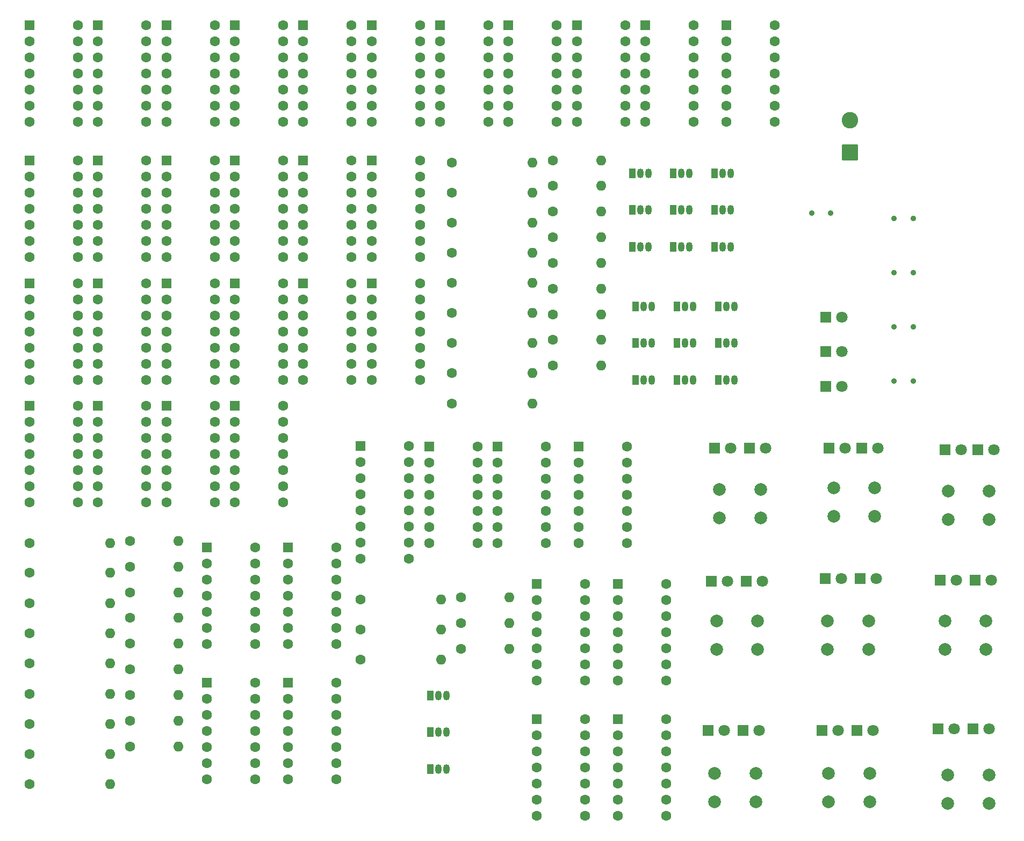
<source format=gbr>
%TF.GenerationSoftware,KiCad,Pcbnew,9.0.0*%
%TF.CreationDate,2025-04-01T09:44:26+05:30*%
%TF.ProjectId,DSD_Project,4453445f-5072-46f6-9a65-63742e6b6963,rev?*%
%TF.SameCoordinates,Original*%
%TF.FileFunction,Soldermask,Bot*%
%TF.FilePolarity,Negative*%
%FSLAX46Y46*%
G04 Gerber Fmt 4.6, Leading zero omitted, Abs format (unit mm)*
G04 Created by KiCad (PCBNEW 9.0.0) date 2025-04-01 09:44:26*
%MOMM*%
%LPD*%
G01*
G04 APERTURE LIST*
G04 Aperture macros list*
%AMRoundRect*
0 Rectangle with rounded corners*
0 $1 Rounding radius*
0 $2 $3 $4 $5 $6 $7 $8 $9 X,Y pos of 4 corners*
0 Add a 4 corners polygon primitive as box body*
4,1,4,$2,$3,$4,$5,$6,$7,$8,$9,$2,$3,0*
0 Add four circle primitives for the rounded corners*
1,1,$1+$1,$2,$3*
1,1,$1+$1,$4,$5*
1,1,$1+$1,$6,$7*
1,1,$1+$1,$8,$9*
0 Add four rect primitives between the rounded corners*
20,1,$1+$1,$2,$3,$4,$5,0*
20,1,$1+$1,$4,$5,$6,$7,0*
20,1,$1+$1,$6,$7,$8,$9,0*
20,1,$1+$1,$8,$9,$2,$3,0*%
G04 Aperture macros list end*
%ADD10C,2.600000*%
%ADD11RoundRect,0.250000X1.050000X-1.050000X1.050000X1.050000X-1.050000X1.050000X-1.050000X-1.050000X0*%
%ADD12RoundRect,0.250000X-0.550000X-0.550000X0.550000X-0.550000X0.550000X0.550000X-0.550000X0.550000X0*%
%ADD13C,1.600000*%
%ADD14C,2.000000*%
%ADD15O,1.600000X1.600000*%
%ADD16R,1.800000X1.800000*%
%ADD17C,1.800000*%
%ADD18R,1.050000X1.500000*%
%ADD19O,1.050000X1.500000*%
%ADD20C,0.900000*%
G04 APERTURE END LIST*
D10*
%TO.C,BT1*%
X151000000Y-35500000D03*
D11*
X151000000Y-40580000D03*
%TD*%
D12*
%TO.C,U18*%
X108280000Y-86920000D03*
D13*
X108280000Y-89460000D03*
X108280000Y-92000000D03*
X108280000Y-94540000D03*
X108280000Y-97080000D03*
X108280000Y-99620000D03*
X108280000Y-102160000D03*
X115900000Y-102160000D03*
X115900000Y-99620000D03*
X115900000Y-97080000D03*
X115900000Y-94540000D03*
X115900000Y-92000000D03*
X115900000Y-89460000D03*
X115900000Y-86920000D03*
%TD*%
D12*
%TO.C,U20*%
X101680000Y-108640000D03*
D13*
X101680000Y-111180000D03*
X101680000Y-113720000D03*
X101680000Y-116260000D03*
X101680000Y-118800000D03*
X101680000Y-121340000D03*
X101680000Y-123880000D03*
X109300000Y-123880000D03*
X109300000Y-121340000D03*
X109300000Y-118800000D03*
X109300000Y-116260000D03*
X109300000Y-113720000D03*
X109300000Y-111180000D03*
X109300000Y-108640000D03*
%TD*%
D12*
%TO.C,U3*%
X43310000Y-41830000D03*
D13*
X43310000Y-44370000D03*
X43310000Y-46910000D03*
X43310000Y-49450000D03*
X43310000Y-51990000D03*
X43310000Y-54530000D03*
X43310000Y-57070000D03*
X50930000Y-57070000D03*
X50930000Y-54530000D03*
X50930000Y-51990000D03*
X50930000Y-49450000D03*
X50930000Y-46910000D03*
X50930000Y-44370000D03*
X50930000Y-41830000D03*
%TD*%
D14*
%TO.C,button7*%
X129690000Y-138500000D03*
X136190000Y-138500000D03*
X129690000Y-143000000D03*
X136190000Y-143000000D03*
%TD*%
D12*
%TO.C,U28*%
X64870000Y-20480000D03*
D13*
X64870000Y-23020000D03*
X64870000Y-25560000D03*
X64870000Y-28100000D03*
X64870000Y-30640000D03*
X64870000Y-33180000D03*
X64870000Y-35720000D03*
X72490000Y-35720000D03*
X72490000Y-33180000D03*
X72490000Y-30640000D03*
X72490000Y-28100000D03*
X72490000Y-25560000D03*
X72490000Y-23020000D03*
X72490000Y-20480000D03*
%TD*%
D12*
%TO.C,U23*%
X62500000Y-124190000D03*
D13*
X62500000Y-126730000D03*
X62500000Y-129270000D03*
X62500000Y-131810000D03*
X62500000Y-134350000D03*
X62500000Y-136890000D03*
X62500000Y-139430000D03*
X70120000Y-139430000D03*
X70120000Y-136890000D03*
X70120000Y-134350000D03*
X70120000Y-131810000D03*
X70120000Y-129270000D03*
X70120000Y-126730000D03*
X70120000Y-124190000D03*
%TD*%
D12*
%TO.C,U14*%
X32530000Y-80530000D03*
D13*
X32530000Y-83070000D03*
X32530000Y-85610000D03*
X32530000Y-88150000D03*
X32530000Y-90690000D03*
X32530000Y-93230000D03*
X32530000Y-95770000D03*
X40150000Y-95770000D03*
X40150000Y-93230000D03*
X40150000Y-90690000D03*
X40150000Y-88150000D03*
X40150000Y-85610000D03*
X40150000Y-83070000D03*
X40150000Y-80530000D03*
%TD*%
D14*
%TO.C,button3*%
X166500000Y-94000000D03*
X173000000Y-94000000D03*
X166500000Y-98500000D03*
X173000000Y-98500000D03*
%TD*%
D13*
%TO.C,R41*%
X104190000Y-70150000D03*
D15*
X111810000Y-70150000D03*
%TD*%
D12*
%TO.C,U13*%
X21750000Y-80530000D03*
D13*
X21750000Y-83070000D03*
X21750000Y-85610000D03*
X21750000Y-88150000D03*
X21750000Y-90690000D03*
X21750000Y-93230000D03*
X21750000Y-95770000D03*
X29370000Y-95770000D03*
X29370000Y-93230000D03*
X29370000Y-90690000D03*
X29370000Y-88150000D03*
X29370000Y-85610000D03*
X29370000Y-83070000D03*
X29370000Y-80530000D03*
%TD*%
%TO.C,R12*%
X37590000Y-109950000D03*
D15*
X45210000Y-109950000D03*
%TD*%
D13*
%TO.C,R5*%
X73930000Y-120610000D03*
D15*
X86630000Y-120610000D03*
%TD*%
D16*
%TO.C,x5*%
X147170000Y-107750000D03*
D17*
X149710000Y-107750000D03*
%TD*%
D13*
%TO.C,R37*%
X88340000Y-70650000D03*
D15*
X101040000Y-70650000D03*
%TD*%
D16*
%TO.C,x1*%
X129700000Y-87250000D03*
D17*
X132240000Y-87250000D03*
%TD*%
D16*
%TO.C,O_WON1*%
X147230000Y-72000000D03*
D17*
X149770000Y-72000000D03*
%TD*%
D18*
%TO.C,Q17*%
X123760000Y-70650000D03*
D19*
X125030000Y-70650000D03*
X126300000Y-70650000D03*
%TD*%
D12*
%TO.C,U4*%
X54090000Y-41830000D03*
D13*
X54090000Y-44370000D03*
X54090000Y-46910000D03*
X54090000Y-49450000D03*
X54090000Y-51990000D03*
X54090000Y-54530000D03*
X54090000Y-57070000D03*
X61710000Y-57070000D03*
X61710000Y-54530000D03*
X61710000Y-51990000D03*
X61710000Y-49450000D03*
X61710000Y-46910000D03*
X61710000Y-44370000D03*
X61710000Y-41830000D03*
%TD*%
D12*
%TO.C,U10*%
X54090000Y-61180000D03*
D13*
X54090000Y-63720000D03*
X54090000Y-66260000D03*
X54090000Y-68800000D03*
X54090000Y-71340000D03*
X54090000Y-73880000D03*
X54090000Y-76420000D03*
X61710000Y-76420000D03*
X61710000Y-73880000D03*
X61710000Y-71340000D03*
X61710000Y-68800000D03*
X61710000Y-66260000D03*
X61710000Y-63720000D03*
X61710000Y-61180000D03*
%TD*%
D12*
%TO.C,U24*%
X21750000Y-20480000D03*
D13*
X21750000Y-23020000D03*
X21750000Y-25560000D03*
X21750000Y-28100000D03*
X21750000Y-30640000D03*
X21750000Y-33180000D03*
X21750000Y-35720000D03*
X29370000Y-35720000D03*
X29370000Y-33180000D03*
X29370000Y-30640000D03*
X29370000Y-28100000D03*
X29370000Y-25560000D03*
X29370000Y-23020000D03*
X29370000Y-20480000D03*
%TD*%
D12*
%TO.C,U29*%
X75650000Y-20480000D03*
D13*
X75650000Y-23020000D03*
X75650000Y-25560000D03*
X75650000Y-28100000D03*
X75650000Y-30640000D03*
X75650000Y-33180000D03*
X75650000Y-35720000D03*
X83270000Y-35720000D03*
X83270000Y-33180000D03*
X83270000Y-30640000D03*
X83270000Y-28100000D03*
X83270000Y-25560000D03*
X83270000Y-23020000D03*
X83270000Y-20480000D03*
%TD*%
D12*
%TO.C,U32*%
X107990000Y-20480000D03*
D13*
X107990000Y-23020000D03*
X107990000Y-25560000D03*
X107990000Y-28100000D03*
X107990000Y-30640000D03*
X107990000Y-33180000D03*
X107990000Y-35720000D03*
X115610000Y-35720000D03*
X115610000Y-33180000D03*
X115610000Y-30640000D03*
X115610000Y-28100000D03*
X115610000Y-25560000D03*
X115610000Y-23020000D03*
X115610000Y-20480000D03*
%TD*%
D16*
%TO.C,x9*%
X164960000Y-131500000D03*
D17*
X167500000Y-131500000D03*
%TD*%
D18*
%TO.C,Q19*%
X130270000Y-64860000D03*
D19*
X131540000Y-64860000D03*
X132810000Y-64860000D03*
%TD*%
D16*
%TO.C,o5*%
X152670000Y-107750000D03*
D17*
X155210000Y-107750000D03*
%TD*%
D16*
%TO.C,x3*%
X166000000Y-87500000D03*
D17*
X168540000Y-87500000D03*
%TD*%
D13*
%TO.C,R32*%
X88340000Y-61150000D03*
D15*
X101040000Y-61150000D03*
%TD*%
D18*
%TO.C,Q8*%
X123220000Y-49650000D03*
D19*
X124490000Y-49650000D03*
X125760000Y-49650000D03*
%TD*%
D13*
%TO.C,R20*%
X37590000Y-126150000D03*
D15*
X45210000Y-126150000D03*
%TD*%
D13*
%TO.C,R38*%
X88340000Y-75400000D03*
D15*
X101040000Y-75400000D03*
%TD*%
D16*
%TO.C,o7*%
X134210000Y-131750000D03*
D17*
X136750000Y-131750000D03*
%TD*%
D18*
%TO.C,Q18*%
X123760000Y-76440000D03*
D19*
X125030000Y-76440000D03*
X126300000Y-76440000D03*
%TD*%
D16*
%TO.C,x4*%
X129210000Y-108250000D03*
D17*
X131750000Y-108250000D03*
%TD*%
D12*
%TO.C,U1*%
X21750000Y-41830000D03*
D13*
X21750000Y-44370000D03*
X21750000Y-46910000D03*
X21750000Y-49450000D03*
X21750000Y-51990000D03*
X21750000Y-54530000D03*
X21750000Y-57070000D03*
X29370000Y-57070000D03*
X29370000Y-54530000D03*
X29370000Y-51990000D03*
X29370000Y-49450000D03*
X29370000Y-46910000D03*
X29370000Y-44370000D03*
X29370000Y-41830000D03*
%TD*%
D12*
%TO.C,U31*%
X97210000Y-20480000D03*
D13*
X97210000Y-23020000D03*
X97210000Y-25560000D03*
X97210000Y-28100000D03*
X97210000Y-30640000D03*
X97210000Y-33180000D03*
X97210000Y-35720000D03*
X104830000Y-35720000D03*
X104830000Y-33180000D03*
X104830000Y-30640000D03*
X104830000Y-28100000D03*
X104830000Y-25560000D03*
X104830000Y-23020000D03*
X104830000Y-20480000D03*
%TD*%
D16*
%TO.C,x7*%
X128710000Y-131750000D03*
D17*
X131250000Y-131750000D03*
%TD*%
D16*
%TO.C,o2*%
X152940000Y-87250000D03*
D17*
X155480000Y-87250000D03*
%TD*%
D18*
%TO.C,Q15*%
X117250000Y-76440000D03*
D19*
X118520000Y-76440000D03*
X119790000Y-76440000D03*
%TD*%
D12*
%TO.C,U26*%
X43310000Y-20480000D03*
D13*
X43310000Y-23020000D03*
X43310000Y-25560000D03*
X43310000Y-28100000D03*
X43310000Y-30640000D03*
X43310000Y-33180000D03*
X43310000Y-35720000D03*
X50930000Y-35720000D03*
X50930000Y-33180000D03*
X50930000Y-30640000D03*
X50930000Y-28100000D03*
X50930000Y-25560000D03*
X50930000Y-23020000D03*
X50930000Y-20480000D03*
%TD*%
D12*
%TO.C,U9*%
X43310000Y-61180000D03*
D13*
X43310000Y-63720000D03*
X43310000Y-66260000D03*
X43310000Y-68800000D03*
X43310000Y-71340000D03*
X43310000Y-73880000D03*
X43310000Y-76420000D03*
X50930000Y-76420000D03*
X50930000Y-73880000D03*
X50930000Y-71340000D03*
X50930000Y-68800000D03*
X50930000Y-66260000D03*
X50930000Y-63720000D03*
X50930000Y-61180000D03*
%TD*%
D14*
%TO.C,button4*%
X130000000Y-114500000D03*
X136500000Y-114500000D03*
X130000000Y-119000000D03*
X136500000Y-119000000D03*
%TD*%
D20*
%TO.C,D_Preset1*%
X158000000Y-59550000D03*
X161000000Y-59550000D03*
%TD*%
D13*
%TO.C,R22*%
X37590000Y-130200000D03*
D15*
X45210000Y-130200000D03*
%TD*%
D14*
%TO.C,button5*%
X147460000Y-114500000D03*
X153960000Y-114500000D03*
X147460000Y-119000000D03*
X153960000Y-119000000D03*
%TD*%
D13*
%TO.C,R13*%
X21740000Y-116450000D03*
D15*
X34440000Y-116450000D03*
%TD*%
D13*
%TO.C,R42*%
X104190000Y-74200000D03*
D15*
X111810000Y-74200000D03*
%TD*%
D13*
%TO.C,R19*%
X21740000Y-130700000D03*
D15*
X34440000Y-130700000D03*
%TD*%
D13*
%TO.C,R7*%
X21740000Y-102200000D03*
D15*
X34440000Y-102200000D03*
%TD*%
D16*
%TO.C,x2*%
X147710000Y-87250000D03*
D17*
X150250000Y-87250000D03*
%TD*%
D14*
%TO.C,button9*%
X166440000Y-138750000D03*
X172940000Y-138750000D03*
X166440000Y-143250000D03*
X172940000Y-143250000D03*
%TD*%
D13*
%TO.C,R11*%
X21740000Y-111700000D03*
D15*
X34440000Y-111700000D03*
%TD*%
D20*
%TO.C,D_Clear1*%
X158000000Y-51000000D03*
X161000000Y-51000000D03*
%TD*%
D16*
%TO.C,o3*%
X171230000Y-87500000D03*
D17*
X173770000Y-87500000D03*
%TD*%
D12*
%TO.C,U7*%
X21750000Y-61180000D03*
D13*
X21750000Y-63720000D03*
X21750000Y-66260000D03*
X21750000Y-68800000D03*
X21750000Y-71340000D03*
X21750000Y-73880000D03*
X21750000Y-76420000D03*
X29370000Y-76420000D03*
X29370000Y-73880000D03*
X29370000Y-71340000D03*
X29370000Y-68800000D03*
X29370000Y-66260000D03*
X29370000Y-63720000D03*
X29370000Y-61180000D03*
%TD*%
D16*
%TO.C,o9*%
X170460000Y-131500000D03*
D17*
X173000000Y-131500000D03*
%TD*%
D12*
%TO.C,U21*%
X49720000Y-124190000D03*
D13*
X49720000Y-126730000D03*
X49720000Y-129270000D03*
X49720000Y-131810000D03*
X49720000Y-134350000D03*
X49720000Y-136890000D03*
X49720000Y-139430000D03*
X57340000Y-139430000D03*
X57340000Y-136890000D03*
X57340000Y-134350000D03*
X57340000Y-131810000D03*
X57340000Y-129270000D03*
X57340000Y-126730000D03*
X57340000Y-124190000D03*
%TD*%
%TO.C,R26*%
X88340000Y-46900000D03*
D15*
X101040000Y-46900000D03*
%TD*%
D18*
%TO.C,Q4*%
X116710000Y-43860000D03*
D19*
X117980000Y-43860000D03*
X119250000Y-43860000D03*
%TD*%
D14*
%TO.C,button8*%
X147650000Y-138500000D03*
X154150000Y-138500000D03*
X147650000Y-143000000D03*
X154150000Y-143000000D03*
%TD*%
D13*
%TO.C,R36*%
X104190000Y-62050000D03*
D15*
X111810000Y-62050000D03*
%TD*%
D18*
%TO.C,Q11*%
X129730000Y-49650000D03*
D19*
X131000000Y-49650000D03*
X132270000Y-49650000D03*
%TD*%
D13*
%TO.C,R29*%
X104190000Y-45850000D03*
D15*
X111810000Y-45850000D03*
%TD*%
D18*
%TO.C,Q6*%
X116710000Y-55440000D03*
D19*
X117980000Y-55440000D03*
X119250000Y-55440000D03*
%TD*%
D12*
%TO.C,U16*%
X114460000Y-108640000D03*
D13*
X114460000Y-111180000D03*
X114460000Y-113720000D03*
X114460000Y-116260000D03*
X114460000Y-118800000D03*
X114460000Y-121340000D03*
X114460000Y-123880000D03*
X122080000Y-123880000D03*
X122080000Y-121340000D03*
X122080000Y-118800000D03*
X122080000Y-116260000D03*
X122080000Y-113720000D03*
X122080000Y-111180000D03*
X122080000Y-108640000D03*
%TD*%
D14*
%TO.C,button2*%
X148460000Y-93500000D03*
X154960000Y-93500000D03*
X148460000Y-98000000D03*
X154960000Y-98000000D03*
%TD*%
D12*
%TO.C,U38*%
X95500000Y-86920000D03*
D13*
X95500000Y-89460000D03*
X95500000Y-92000000D03*
X95500000Y-94540000D03*
X95500000Y-97080000D03*
X95500000Y-99620000D03*
X95500000Y-102160000D03*
X103120000Y-102160000D03*
X103120000Y-99620000D03*
X103120000Y-97080000D03*
X103120000Y-94540000D03*
X103120000Y-92000000D03*
X103120000Y-89460000D03*
X103120000Y-86920000D03*
%TD*%
D16*
%TO.C,o1*%
X135210000Y-87250000D03*
D17*
X137750000Y-87250000D03*
%TD*%
D12*
%TO.C,U27*%
X54090000Y-20480000D03*
D13*
X54090000Y-23020000D03*
X54090000Y-25560000D03*
X54090000Y-28100000D03*
X54090000Y-30640000D03*
X54090000Y-33180000D03*
X54090000Y-35720000D03*
X61710000Y-35720000D03*
X61710000Y-33180000D03*
X61710000Y-30640000D03*
X61710000Y-28100000D03*
X61710000Y-25560000D03*
X61710000Y-23020000D03*
X61710000Y-20480000D03*
%TD*%
%TO.C,R35*%
X104190000Y-58000000D03*
D15*
X111810000Y-58000000D03*
%TD*%
D13*
%TO.C,R31*%
X88340000Y-56400000D03*
D15*
X101040000Y-56400000D03*
%TD*%
D12*
%TO.C,U35*%
X43310000Y-80530000D03*
D13*
X43310000Y-83070000D03*
X43310000Y-85610000D03*
X43310000Y-88150000D03*
X43310000Y-90690000D03*
X43310000Y-93230000D03*
X43310000Y-95770000D03*
X50930000Y-95770000D03*
X50930000Y-93230000D03*
X50930000Y-90690000D03*
X50930000Y-88150000D03*
X50930000Y-85610000D03*
X50930000Y-83070000D03*
X50930000Y-80530000D03*
%TD*%
D16*
%TO.C,DRAW1*%
X147230000Y-66530000D03*
D17*
X149770000Y-66530000D03*
%TD*%
D12*
%TO.C,U12*%
X75650000Y-61180000D03*
D13*
X75650000Y-63720000D03*
X75650000Y-66260000D03*
X75650000Y-68800000D03*
X75650000Y-71340000D03*
X75650000Y-73880000D03*
X75650000Y-76420000D03*
X83270000Y-76420000D03*
X83270000Y-73880000D03*
X83270000Y-71340000D03*
X83270000Y-68800000D03*
X83270000Y-66260000D03*
X83270000Y-63720000D03*
X83270000Y-61180000D03*
%TD*%
D18*
%TO.C,Q20*%
X130270000Y-70650000D03*
D19*
X131540000Y-70650000D03*
X132810000Y-70650000D03*
%TD*%
D12*
%TO.C,U36*%
X54090000Y-80530000D03*
D13*
X54090000Y-83070000D03*
X54090000Y-85610000D03*
X54090000Y-88150000D03*
X54090000Y-90690000D03*
X54090000Y-93230000D03*
X54090000Y-95770000D03*
X61710000Y-95770000D03*
X61710000Y-93230000D03*
X61710000Y-90690000D03*
X61710000Y-88150000D03*
X61710000Y-85610000D03*
X61710000Y-83070000D03*
X61710000Y-80530000D03*
%TD*%
D12*
%TO.C,U15*%
X49720000Y-102840000D03*
D13*
X49720000Y-105380000D03*
X49720000Y-107920000D03*
X49720000Y-110460000D03*
X49720000Y-113000000D03*
X49720000Y-115540000D03*
X49720000Y-118080000D03*
X57340000Y-118080000D03*
X57340000Y-115540000D03*
X57340000Y-113000000D03*
X57340000Y-110460000D03*
X57340000Y-107920000D03*
X57340000Y-105380000D03*
X57340000Y-102840000D03*
%TD*%
D18*
%TO.C,Q14*%
X117250000Y-70650000D03*
D19*
X118520000Y-70650000D03*
X119790000Y-70650000D03*
%TD*%
D12*
%TO.C,U11*%
X64870000Y-61180000D03*
D13*
X64870000Y-63720000D03*
X64870000Y-66260000D03*
X64870000Y-68800000D03*
X64870000Y-71340000D03*
X64870000Y-73880000D03*
X64870000Y-76420000D03*
X72490000Y-76420000D03*
X72490000Y-73880000D03*
X72490000Y-71340000D03*
X72490000Y-68800000D03*
X72490000Y-66260000D03*
X72490000Y-63720000D03*
X72490000Y-61180000D03*
%TD*%
%TO.C,R15*%
X21740000Y-121200000D03*
D15*
X34440000Y-121200000D03*
%TD*%
D18*
%TO.C,Q13*%
X117250000Y-64860000D03*
D19*
X118520000Y-64860000D03*
X119790000Y-64860000D03*
%TD*%
D14*
%TO.C,button6*%
X166000000Y-114500000D03*
X172500000Y-114500000D03*
X166000000Y-119000000D03*
X172500000Y-119000000D03*
%TD*%
D18*
%TO.C,Q10*%
X129730000Y-43860000D03*
D19*
X131000000Y-43860000D03*
X132270000Y-43860000D03*
%TD*%
D12*
%TO.C,U34*%
X73940000Y-86910000D03*
D13*
X73940000Y-89450000D03*
X73940000Y-91990000D03*
X73940000Y-94530000D03*
X73940000Y-97070000D03*
X73940000Y-99610000D03*
X73940000Y-102150000D03*
X73940000Y-104690000D03*
X81560000Y-104690000D03*
X81560000Y-102150000D03*
X81560000Y-99610000D03*
X81560000Y-97070000D03*
X81560000Y-94530000D03*
X81560000Y-91990000D03*
X81560000Y-89450000D03*
X81560000Y-86910000D03*
%TD*%
%TO.C,R1*%
X73930000Y-111110000D03*
D15*
X86630000Y-111110000D03*
%TD*%
D16*
%TO.C,o4*%
X134710000Y-108250000D03*
D17*
X137250000Y-108250000D03*
%TD*%
D12*
%TO.C,U19*%
X114460000Y-129990000D03*
D13*
X114460000Y-132530000D03*
X114460000Y-135070000D03*
X114460000Y-137610000D03*
X114460000Y-140150000D03*
X114460000Y-142690000D03*
X114460000Y-145230000D03*
X122080000Y-145230000D03*
X122080000Y-142690000D03*
X122080000Y-140150000D03*
X122080000Y-137610000D03*
X122080000Y-135070000D03*
X122080000Y-132530000D03*
X122080000Y-129990000D03*
%TD*%
D12*
%TO.C,U8*%
X32530000Y-61180000D03*
D13*
X32530000Y-63720000D03*
X32530000Y-66260000D03*
X32530000Y-68800000D03*
X32530000Y-71340000D03*
X32530000Y-73880000D03*
X32530000Y-76420000D03*
X40150000Y-76420000D03*
X40150000Y-73880000D03*
X40150000Y-71340000D03*
X40150000Y-68800000D03*
X40150000Y-66260000D03*
X40150000Y-63720000D03*
X40150000Y-61180000D03*
%TD*%
D12*
%TO.C,U22*%
X101680000Y-129990000D03*
D13*
X101680000Y-132530000D03*
X101680000Y-135070000D03*
X101680000Y-137610000D03*
X101680000Y-140150000D03*
X101680000Y-142690000D03*
X101680000Y-145230000D03*
X109300000Y-145230000D03*
X109300000Y-142690000D03*
X109300000Y-140150000D03*
X109300000Y-137610000D03*
X109300000Y-135070000D03*
X109300000Y-132530000D03*
X109300000Y-129990000D03*
%TD*%
D12*
%TO.C,U30*%
X86430000Y-20480000D03*
D13*
X86430000Y-23020000D03*
X86430000Y-25560000D03*
X86430000Y-28100000D03*
X86430000Y-30640000D03*
X86430000Y-33180000D03*
X86430000Y-35720000D03*
X94050000Y-35720000D03*
X94050000Y-33180000D03*
X94050000Y-30640000D03*
X94050000Y-28100000D03*
X94050000Y-25560000D03*
X94050000Y-23020000D03*
X94050000Y-20480000D03*
%TD*%
%TO.C,R18*%
X37590000Y-122100000D03*
D15*
X45210000Y-122100000D03*
%TD*%
D20*
%TO.C,T_Preset1*%
X158000000Y-76650000D03*
X161000000Y-76650000D03*
%TD*%
D12*
%TO.C,U33*%
X118770000Y-20480000D03*
D13*
X118770000Y-23020000D03*
X118770000Y-25560000D03*
X118770000Y-28100000D03*
X118770000Y-30640000D03*
X118770000Y-33180000D03*
X118770000Y-35720000D03*
X126390000Y-35720000D03*
X126390000Y-33180000D03*
X126390000Y-30640000D03*
X126390000Y-28100000D03*
X126390000Y-25560000D03*
X126390000Y-23020000D03*
X126390000Y-20480000D03*
%TD*%
D18*
%TO.C,Q5*%
X116710000Y-49650000D03*
D19*
X117980000Y-49650000D03*
X119250000Y-49650000D03*
%TD*%
D13*
%TO.C,R14*%
X37590000Y-114000000D03*
D15*
X45210000Y-114000000D03*
%TD*%
D13*
%TO.C,R21*%
X21740000Y-135450000D03*
D15*
X34440000Y-135450000D03*
%TD*%
D14*
%TO.C,button1*%
X130500000Y-93750000D03*
X137000000Y-93750000D03*
X130500000Y-98250000D03*
X137000000Y-98250000D03*
%TD*%
D13*
%TO.C,R4*%
X89780000Y-114810000D03*
D15*
X97400000Y-114810000D03*
%TD*%
D13*
%TO.C,R3*%
X73930000Y-115860000D03*
D15*
X86630000Y-115860000D03*
%TD*%
D18*
%TO.C,Q7*%
X123220000Y-43860000D03*
D19*
X124490000Y-43860000D03*
X125760000Y-43860000D03*
%TD*%
D18*
%TO.C,Q3*%
X84890000Y-137820000D03*
D19*
X86160000Y-137820000D03*
X87430000Y-137820000D03*
%TD*%
D16*
%TO.C,o6*%
X170730000Y-108000000D03*
D17*
X173270000Y-108000000D03*
%TD*%
D18*
%TO.C,Q21*%
X130270000Y-76440000D03*
D19*
X131540000Y-76440000D03*
X132810000Y-76440000D03*
%TD*%
D20*
%TO.C,T_Clear1*%
X158000000Y-68100000D03*
X161000000Y-68100000D03*
%TD*%
%TO.C,buckEn1*%
X145000000Y-50160000D03*
X148000000Y-50160000D03*
%TD*%
D13*
%TO.C,R8*%
X37590000Y-101850000D03*
D15*
X45210000Y-101850000D03*
%TD*%
D18*
%TO.C,Q9*%
X123220000Y-55440000D03*
D19*
X124490000Y-55440000D03*
X125760000Y-55440000D03*
%TD*%
D12*
%TO.C,U17*%
X62500000Y-102840000D03*
D13*
X62500000Y-105380000D03*
X62500000Y-107920000D03*
X62500000Y-110460000D03*
X62500000Y-113000000D03*
X62500000Y-115540000D03*
X62500000Y-118080000D03*
X70120000Y-118080000D03*
X70120000Y-115540000D03*
X70120000Y-113000000D03*
X70120000Y-110460000D03*
X70120000Y-107920000D03*
X70120000Y-105380000D03*
X70120000Y-102840000D03*
%TD*%
D18*
%TO.C,Q2*%
X84890000Y-132030000D03*
D19*
X86160000Y-132030000D03*
X87430000Y-132030000D03*
%TD*%
D13*
%TO.C,R39*%
X88340000Y-80150000D03*
D15*
X101040000Y-80150000D03*
%TD*%
D13*
%TO.C,R27*%
X88340000Y-51650000D03*
D15*
X101040000Y-51650000D03*
%TD*%
D16*
%TO.C,x8*%
X146670000Y-131750000D03*
D17*
X149210000Y-131750000D03*
%TD*%
D13*
%TO.C,R6*%
X89780000Y-118860000D03*
D15*
X97400000Y-118860000D03*
%TD*%
D12*
%TO.C,U2*%
X32530000Y-41830000D03*
D13*
X32530000Y-44370000D03*
X32530000Y-46910000D03*
X32530000Y-49450000D03*
X32530000Y-51990000D03*
X32530000Y-54530000D03*
X32530000Y-57070000D03*
X40150000Y-57070000D03*
X40150000Y-54530000D03*
X40150000Y-51990000D03*
X40150000Y-49450000D03*
X40150000Y-46910000D03*
X40150000Y-44370000D03*
X40150000Y-41830000D03*
%TD*%
%TO.C,R40*%
X104190000Y-66100000D03*
D15*
X111810000Y-66100000D03*
%TD*%
D16*
%TO.C,X_WON1*%
X147230000Y-77470000D03*
D17*
X149770000Y-77470000D03*
%TD*%
D16*
%TO.C,x6*%
X165230000Y-108000000D03*
D17*
X167770000Y-108000000D03*
%TD*%
D13*
%TO.C,R33*%
X88340000Y-65900000D03*
D15*
X101040000Y-65900000D03*
%TD*%
D13*
%TO.C,R16*%
X37590000Y-118050000D03*
D15*
X45210000Y-118050000D03*
%TD*%
D13*
%TO.C,R9*%
X21740000Y-106833700D03*
D15*
X34440000Y-106833700D03*
%TD*%
D13*
%TO.C,R17*%
X21740000Y-125950000D03*
D15*
X34440000Y-125950000D03*
%TD*%
D18*
%TO.C,Q12*%
X129730000Y-55440000D03*
D19*
X131000000Y-55440000D03*
X132270000Y-55440000D03*
%TD*%
D13*
%TO.C,R24*%
X37590000Y-134250000D03*
D15*
X45210000Y-134250000D03*
%TD*%
D16*
%TO.C,o8*%
X152170000Y-131750000D03*
D17*
X154710000Y-131750000D03*
%TD*%
D18*
%TO.C,Q1*%
X84890000Y-126240000D03*
D19*
X86160000Y-126240000D03*
X87430000Y-126240000D03*
%TD*%
D13*
%TO.C,R2*%
X89780000Y-110760000D03*
D15*
X97400000Y-110760000D03*
%TD*%
D13*
%TO.C,R23*%
X21740000Y-140200000D03*
D15*
X34440000Y-140200000D03*
%TD*%
D18*
%TO.C,Q16*%
X123760000Y-64860000D03*
D19*
X125030000Y-64860000D03*
X126300000Y-64860000D03*
%TD*%
D13*
%TO.C,R10*%
X37590000Y-105900000D03*
D15*
X45210000Y-105900000D03*
%TD*%
D13*
%TO.C,R34*%
X104190000Y-53950000D03*
D15*
X111810000Y-53950000D03*
%TD*%
D12*
%TO.C,U5*%
X64870000Y-41830000D03*
D13*
X64870000Y-44370000D03*
X64870000Y-46910000D03*
X64870000Y-49450000D03*
X64870000Y-51990000D03*
X64870000Y-54530000D03*
X64870000Y-57070000D03*
X72490000Y-57070000D03*
X72490000Y-54530000D03*
X72490000Y-51990000D03*
X72490000Y-49450000D03*
X72490000Y-46910000D03*
X72490000Y-44370000D03*
X72490000Y-41830000D03*
%TD*%
D12*
%TO.C,U37*%
X84720000Y-86920000D03*
D13*
X84720000Y-89460000D03*
X84720000Y-92000000D03*
X84720000Y-94540000D03*
X84720000Y-97080000D03*
X84720000Y-99620000D03*
X84720000Y-102160000D03*
X92340000Y-102160000D03*
X92340000Y-99620000D03*
X92340000Y-97080000D03*
X92340000Y-94540000D03*
X92340000Y-92000000D03*
X92340000Y-89460000D03*
X92340000Y-86920000D03*
%TD*%
%TO.C,R30*%
X104190000Y-49900000D03*
D15*
X111810000Y-49900000D03*
%TD*%
D13*
%TO.C,R28*%
X104190000Y-41800000D03*
D15*
X111810000Y-41800000D03*
%TD*%
D12*
%TO.C,U25*%
X32530000Y-20480000D03*
D13*
X32530000Y-23020000D03*
X32530000Y-25560000D03*
X32530000Y-28100000D03*
X32530000Y-30640000D03*
X32530000Y-33180000D03*
X32530000Y-35720000D03*
X40150000Y-35720000D03*
X40150000Y-33180000D03*
X40150000Y-30640000D03*
X40150000Y-28100000D03*
X40150000Y-25560000D03*
X40150000Y-23020000D03*
X40150000Y-20480000D03*
%TD*%
D12*
%TO.C,U39*%
X131550000Y-20480000D03*
D13*
X131550000Y-23020000D03*
X131550000Y-25560000D03*
X131550000Y-28100000D03*
X131550000Y-30640000D03*
X131550000Y-33180000D03*
X131550000Y-35720000D03*
X139170000Y-35720000D03*
X139170000Y-33180000D03*
X139170000Y-30640000D03*
X139170000Y-28100000D03*
X139170000Y-25560000D03*
X139170000Y-23020000D03*
X139170000Y-20480000D03*
%TD*%
D12*
%TO.C,U6*%
X75650000Y-41830000D03*
D13*
X75650000Y-44370000D03*
X75650000Y-46910000D03*
X75650000Y-49450000D03*
X75650000Y-51990000D03*
X75650000Y-54530000D03*
X75650000Y-57070000D03*
X83270000Y-57070000D03*
X83270000Y-54530000D03*
X83270000Y-51990000D03*
X83270000Y-49450000D03*
X83270000Y-46910000D03*
X83270000Y-44370000D03*
X83270000Y-41830000D03*
%TD*%
%TO.C,R25*%
X88340000Y-42150000D03*
D15*
X101040000Y-42150000D03*
%TD*%
M02*

</source>
